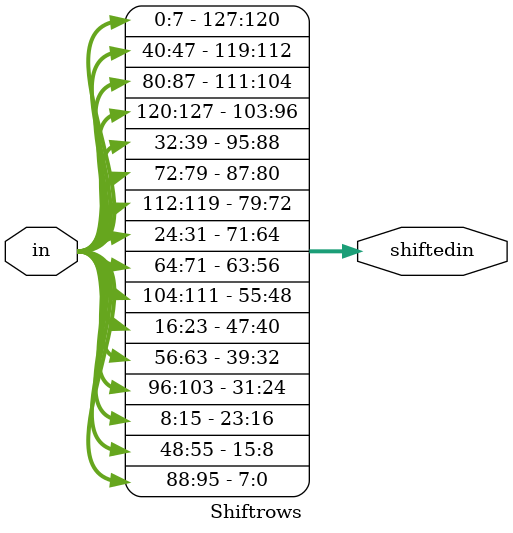
<source format=v>

module Shiftrows(input [0:127] in, output [0:127] shiftedin);
    // 1st row: no shifting
    assign shiftedin[0+:8] = in[0+:8];
    assign shiftedin[32+:8] = in[32+:8];
    assign shiftedin[64+:8] = in[64+:8];
    assign shiftedin[96+:8] = in[96+:8];

    // 2nd row: shifting by one byte to the left
    assign shiftedin[8+:8] = in[40+:8];
    assign shiftedin[40+:8] = in[72+:8];
    assign shiftedin[72+:8] = in[104+:8];
    assign shiftedin[104+:8] = in[8+:8];

    // 3rd row: shifting by 2 bytes to the left
    assign shiftedin[16+:8] = in[80+:8];
    assign shiftedin[48+:8] = in[112+:8];
    assign shiftedin[80+:8] = in[16+:8];
    assign shiftedin[112+:8] = in[48+:8];

    // 4th row: shifting by 3 bytes to the left
    assign shiftedin[24+:8] = in[120+:8];
    assign shiftedin[56+:8] = in[24+:8];
    assign shiftedin[88+:8] = in[56+:8];
    assign shiftedin[120+:8] = in[88+:8];
endmodule
</source>
